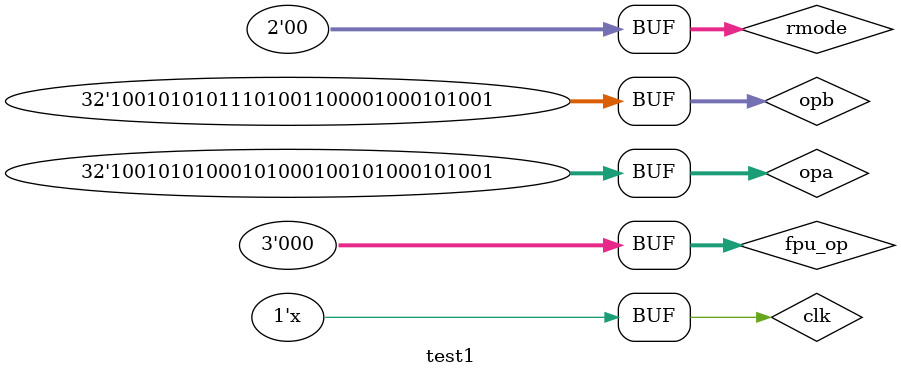
<source format=v>
`timescale 1ns / 100ps

`include "../verilog/pre_norm_fmul.v"
`include "../verilog/primitives.v"
`include "../verilog/post_norm.v"
`include "../verilog/pre_norm.v"
`include "../verilog/except.v"
`include "../verilog/fpu.v"

module test1;

   reg		clk;
   reg [31:0] 	opa;
   reg [31:0] 	opb;
   wire [31:0] 	sum;
   wire		inf, snan, qnan;
   wire		div_by_zero;

   reg [2:0] 	fpu_op;
   reg [1:0] 	rmode;
   wire		ine;
   wire		overflow, underflow;
   wire		zero;

   always #50 clk = ~clk;
   
   initial begin
      $display ("\n\nFloating Point Unit testbench \n\n");
      clk = 0;
      rmode = 2'b00; // round to nearest integer 
      fpu_op = 3'b000; // adding 32-bit floats 
      opa = 32'b10010101000101000100101000101001;
      opb = 32'b10010101011101001100001000101001;
   end
   
   always @(posedge clk) begin
      $display("op = %b , opb = %b, out = %b\n", opa, opb, sum);
      
   end
   
   //fpu u0(clk, rmode, fpu_op, opa, opb, sum, inf, snan, qnan, ine, overflow, underflow, zero, div_by_zero);




endmodule // test_1

</source>
